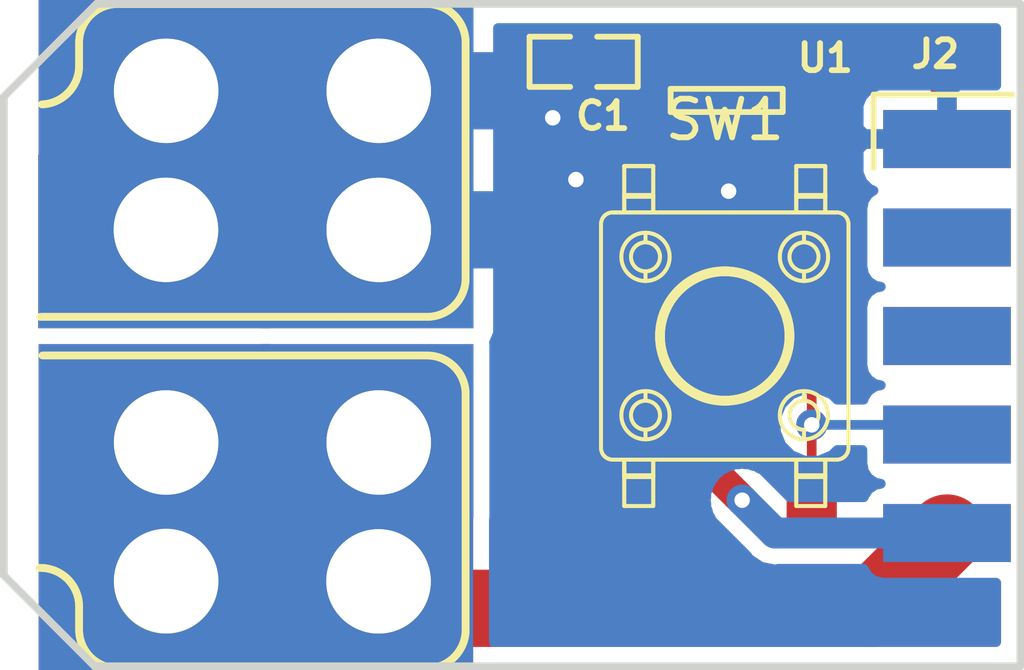
<source format=kicad_pcb>
(kicad_pcb (version 20171130) (host pcbnew "(5.1.4)-1")
  (title_block (title "3Dsimo KIT 2 - Foam cutting extension") (date 2019-03-13) (rev 100A))
  (layers (0 F.Cu signal hide) (31 B.Cu signal hide) (34 B.Paste user hide) (35 F.Paste user hide) (36 B.SilkS user hide) (37 F.SilkS user hide) (38 B.Mask user hide) (39 F.Mask user hide) (44 Edge.Cuts user))
  (net 0 "")
  (net 1 VCC)
  (net 2 GND)
  (net 3 "Net-(J2-Pad1)")
  (net 4 "Net-(J2-Pad8)")
  (net 5 "Net-(J1-Pad2)")
  (module Button_Switch_SMD:SW_SPST_6x6mm_H4.3mm (layer F.Cu) (at 169.65 118.75 180)
    (fp_text reference SW1 (at 0 5.6) (layer F.SilkS))
    (fp_text value DTSM-61K-V-B)
    (pad 2 smd rect (at 2.25 4 270) (size 1.55 1.3) (layers F.Cu F.Paste F.Mask) (net 2 GND))
    (pad 1 smd rect (at -2.25 4 270) (size 1.55 1.3) (layers F.Cu F.Paste F.Mask) (net 4 "Net-(J2-Pad8)"))
    (pad 2 smd rect (at 2.25 -4 270) (size 1.55 1.3) (layers F.Cu F.Paste F.Mask) (net 2 GND))
    (pad 1 smd rect (at -2.25 -4 270) (size 1.55 1.3) (layers F.Cu F.Paste F.Mask) (net 4 "Net-(J2-Pad8)"))
  )
  (module others:FoamCutting_110x80mm (layer F.Cu) (at 157.86 118.8)
    (fp_text reference J1 (at 0 -9.8) (layer F.SilkS))
    (fp_text value FoamCutting)
    (pad 1 thru_hole rect (at -2.66 -6.4) (size 6 4.5) (drill 2.7 (offset -0.3 -0.3)) (layers *.Cu *.Mask) (net 2 GND))
    (pad 1 thru_hole rect (at 2.84 -6.4) (size 5.5 4.5) (drill 2.7 (offset -0.3 -0.3)) (layers *.Cu *.Mask) (net 2 GND))
    (pad 1 thru_hole rect (at -2.67 -2.8) (size 6 4.5) (drill 2.7 (offset -0.3 0.3)) (layers *.Cu *.Mask) (net 2 GND))
    (pad 1 thru_hole rect (at 2.84 -2.8) (size 5.5 4.5) (drill 2.7 (offset -0.3 0.3)) (layers *.Cu *.Mask) (net 2 GND))
    (pad 2 thru_hole rect (at -2.66 2.71) (size 6 4.5) (drill 2.7 (offset -0.3 -0.3)) (layers *.Cu *.Mask) (net 5 "Net-(J1-Pad2)"))
    (pad 2 thru_hole rect (at 2.84 2.71) (size 5.5 4.5) (drill 2.7 (offset -0.3 -0.3)) (layers *.Cu *.Mask) (net 5 "Net-(J1-Pad2)"))
    (pad 2 thru_hole rect (at 2.83 6.3) (size 5.5 4.5) (drill 2.7 (offset -0.3 0.3)) (layers *.Cu *.Mask) (net 5 "Net-(J1-Pad2)"))
    (pad 2 thru_hole rect (at -2.66 6.29) (size 6 4.5) (drill 2.7 (offset -0.3 0.3)) (layers *.Cu *.Mask) (net 5 "Net-(J1-Pad2)"))
  )
  (module Connectors:Header_for_PCB_edge_male_2x5_2.54mm (layer F.Cu) (at 181.35 118.75 270)
    (fp_text reference J2 (at -7.3 6.25) (layer F.SilkS) (effects (font (size 0.7 0.7))))
    (fp_text value CONN_02X05)
    (pad 10 smd rect (at 5.1 5.95 270) (size 1.5 3.3) (layers B.Cu B.Mask) (net 1 VCC))
    (pad 8 smd rect (at 2.55 5.95 270) (size 1.5 3.3) (layers B.Cu B.Mask) (net 4 "Net-(J2-Pad8)"))
    (pad 6 smd rect (at 0 5.95 270) (size 1.5 3.3) (layers B.Cu B.Mask))
    (pad 4 smd rect (at -2.55 5.95 270) (size 1.5 3.3) (layers B.Cu B.Mask))
    (pad 2 smd rect (at -5.1 5.95 270) (size 1.5 3.3) (layers B.Cu B.Mask) (net 2 GND))
    (pad 9 smd rect (at 5.1 5.95 270) (size 1.5 3.3) (layers F.Cu F.Mask) (net 5 "Net-(J1-Pad2)"))
    (pad 7 smd rect (at 2.55 5.95 270) (size 1.5 3.3) (layers F.Cu F.Mask))
    (pad 5 smd rect (at 0 5.95 270) (size 1.5 3.3) (layers F.Cu F.Mask))
    (pad 3 smd rect (at -2.55 5.95 270) (size 1.5 3.3) (layers F.Cu F.Mask))
    (pad 1 smd rect (at -5.1 5.95 270) (size 1.5 3.3) (layers F.Cu F.Mask) (net 3 "Net-(J2-Pad1)"))
  )
  (module TO_SOT_Packages_SMD:SOT-23 (layer F.Cu) (at 169.7 112.65 90)
    (fp_text reference U1 (at 1.1 2.55 180) (layer F.SilkS) (effects (font (size 0.7 0.7))))
    (fp_text value 11AA01_TT)
    (pad 1 smd rect (at 1 0.95 180) (size 0.8 0.9) (layers F.Cu F.Paste F.Mask) (net 3 "Net-(J2-Pad1)"))
    (pad 2 smd rect (at 1 -0.95 180) (size 0.8 0.9) (layers F.Cu F.Paste F.Mask) (net 1 VCC))
    (pad 3 smd rect (at -1 0 180) (size 0.8 0.9) (layers F.Cu F.Paste F.Mask) (net 2 GND))
  )
  (module passive:C_0603 (layer F.Cu) (at 166 111.65 180)
    (fp_text reference C1 (at -0.5 -1.4 180) (layer F.SilkS) (effects (font (size 0.7 0.7))))
    (fp_text value C-100n_50V)
    (pad 2 smd rect (at 0.75 0 180) (size 0.8 0.75) (layers F.Cu F.Paste F.Mask) (net 2 GND))
    (pad 1 smd rect (at -0.75 0 180) (size 0.8 0.75) (layers F.Cu F.Paste F.Mask) (net 1 VCC))
  )
  (gr_line (start 177.3 127.3) (end 153.35 127.3) (layer Edge.Cuts) (width 0.2))
  (gr_line (start 177.3 110.15) (end 177.3 127.3) (layer Edge.Cuts) (width 0.2))
  (gr_line (start 153.4 110.15) (end 177.3 110.15) (layer Edge.Cuts) (width 0.2))
  (gr_line (start 151 112.55) (end 153.4 110.15) (layer Edge.Cuts) (width 0.2))
  (gr_line (start 151 124.95) (end 151 112.55) (layer Edge.Cuts) (width 0.2))
  (gr_line (start 153.35 127.3) (end 151 124.95) (layer Edge.Cuts) (width 0.2))
  (segment (start 166.75 111.65) (end 168.75 111.65) (width 0.8) (layer F.Cu) (net 1))
  (segment (start 168.75 112.9) (end 168.7 112.95) (width 0.8) (layer F.Cu) (net 1))
  (segment (start 168.75 111.65) (end 168.75 112.9) (width 0.8) (layer F.Cu) (net 1))
  (via (at 170.1 123) (size 0.8) (drill 0.4) (layers F.Cu B.Cu) (net 1))
  (segment (start 168.7 112.95) (end 168.7 121.6) (width 0.8) (layer F.Cu) (net 1))
  (segment (start 168.7 121.6) (end 170.1 123) (width 0.8) (layer F.Cu) (net 1))
  (segment (start 170.95 123.85) (end 170.1 123) (width 0.8) (layer B.Cu) (net 1))
  (segment (start 175.4 123.85) (end 170.95 123.85) (width 0.8) (layer B.Cu) (net 1))
  (segment (start 155.2 115.99) (end 155.19 116) (width 2) (layer F.Cu) (net 2))
  (segment (start 155.2 112.4) (end 155.2 115.99) (width 2) (layer F.Cu) (net 2))
  (segment (start 155.2 112.4) (end 160.7 112.4) (width 2) (layer F.Cu) (net 2))
  (segment (start 160.7 112.4) (end 160.7 116) (width 2) (layer F.Cu) (net 2))
  (via (at 169.75 115) (size 0.8) (drill 0.4) (layers F.Cu B.Cu) (net 2))
  (segment (start 169.7 113.65) (end 169.7 114.95) (width 0.25) (layer F.Cu) (net 2))
  (segment (start 169.7 114.95) (end 169.75 115) (width 0.25) (layer F.Cu) (net 2))
  (segment (start 167.4 115.775) (end 167.4 122.75) (width 0.25) (layer F.Cu) (net 2))
  (segment (start 167.4 114.75) (end 167.4 115.775) (width 0.25) (layer F.Cu) (net 2))
  (via (at 165.8 114.7) (size 0.8) (drill 0.4) (layers F.Cu B.Cu) (net 2))
  (segment (start 167.4 114.75) (end 165.85 114.75) (width 0.25) (layer F.Cu) (net 2))
  (segment (start 165.85 114.75) (end 165.8 114.7) (width 0.25) (layer F.Cu) (net 2))
  (via (at 165.2 113.1) (size 0.8) (drill 0.4) (layers F.Cu B.Cu) (net 2))
  (segment (start 165.25 111.65) (end 165.25 113.05) (width 0.25) (layer F.Cu) (net 2))
  (segment (start 165.25 113.05) (end 165.2 113.1) (width 0.25) (layer F.Cu) (net 2))
  (segment (start 160.7 116) (end 163.8 116) (width 2) (layer B.Cu) (net 2))
  (segment (start 160.7 112.4) (end 164 112.4) (width 2) (layer B.Cu) (net 2))
  (segment (start 175.4 112.65) (end 175.4 113.65) (width 0.25) (layer F.Cu) (net 3))
  (segment (start 174.4 111.65) (end 175.4 112.65) (width 0.25) (layer F.Cu) (net 3))
  (segment (start 170.65 111.65) (end 174.4 111.65) (width 0.25) (layer F.Cu) (net 3))
  (via (at 171.9 121.05) (size 0.8) (drill 0.4) (layers F.Cu B.Cu) (net 4))
  (segment (start 171.9 122.75) (end 171.9 121.05) (width 0.25) (layer F.Cu) (net 4))
  (segment (start 175.15 121.05) (end 175.4 121.3) (width 0.25) (layer B.Cu) (net 4))
  (segment (start 171.9 121.05) (end 175.15 121.05) (width 0.25) (layer B.Cu) (net 4))
  (segment (start 171.9 114.75) (end 171.9 121.05) (width 0.25) (layer F.Cu) (net 4))
  (segment (start 161.39 125.8) (end 160.69 125.1) (width 2) (layer F.Cu) (net 5))
  (segment (start 175.4 123.85) (end 173.45 125.8) (width 2) (layer F.Cu) (net 5))
  (segment (start 173.45 125.8) (end 161.39 125.8) (width 2) (layer F.Cu) (net 5))
  (segment (start 160.69 121.52) (end 160.7 121.51) (width 2) (layer F.Cu) (net 5))
  (segment (start 160.69 125.1) (end 160.69 121.52) (width 2) (layer F.Cu) (net 5))
  (segment (start 155.21 125.1) (end 155.2 125.09) (width 2) (layer F.Cu) (net 5))
  (segment (start 160.69 125.1) (end 155.21 125.1) (width 2) (layer F.Cu) (net 5))
  (segment (start 155.2 125.09) (end 155.2 121.51) (width 2) (layer F.Cu) (net 5))
  (zone (net 2) (net_name GND) (layer B.Cu) (connect_pads (clearance 0.4)) (min_thickness 0.254) (fill yes (arc_segments 16) (thermal_gap 0.508) (thermal_bridge_width 0.508))
    (polygon (pts (xy 177.3 110.15) (xy 177.3 127.3) (xy 151 127.3) (xy 151 110.15)))
  )
)
</source>
